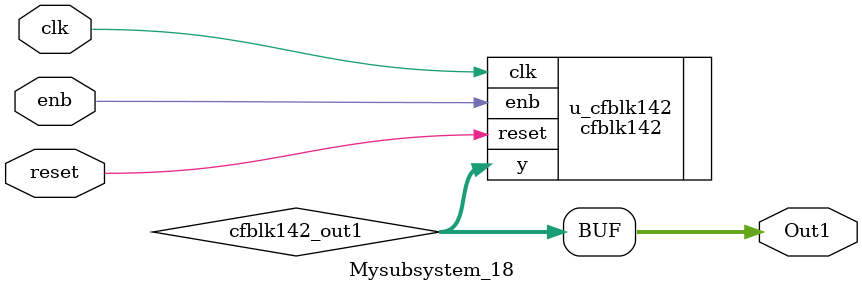
<source format=v>



`timescale 1 ns / 1 ns

module Mysubsystem_18
          (clk,
           reset,
           enb,
           Out1);


  input   clk;
  input   reset;
  input   enb;
  output  [7:0] Out1;  // uint8


  wire [7:0] cfblk142_out1;  // uint8


  cfblk142 u_cfblk142 (.clk(clk),
                       .reset(reset),
                       .enb(enb),
                       .y(cfblk142_out1)  // uint8
                       );

  assign Out1 = cfblk142_out1;

endmodule  // Mysubsystem_18


</source>
